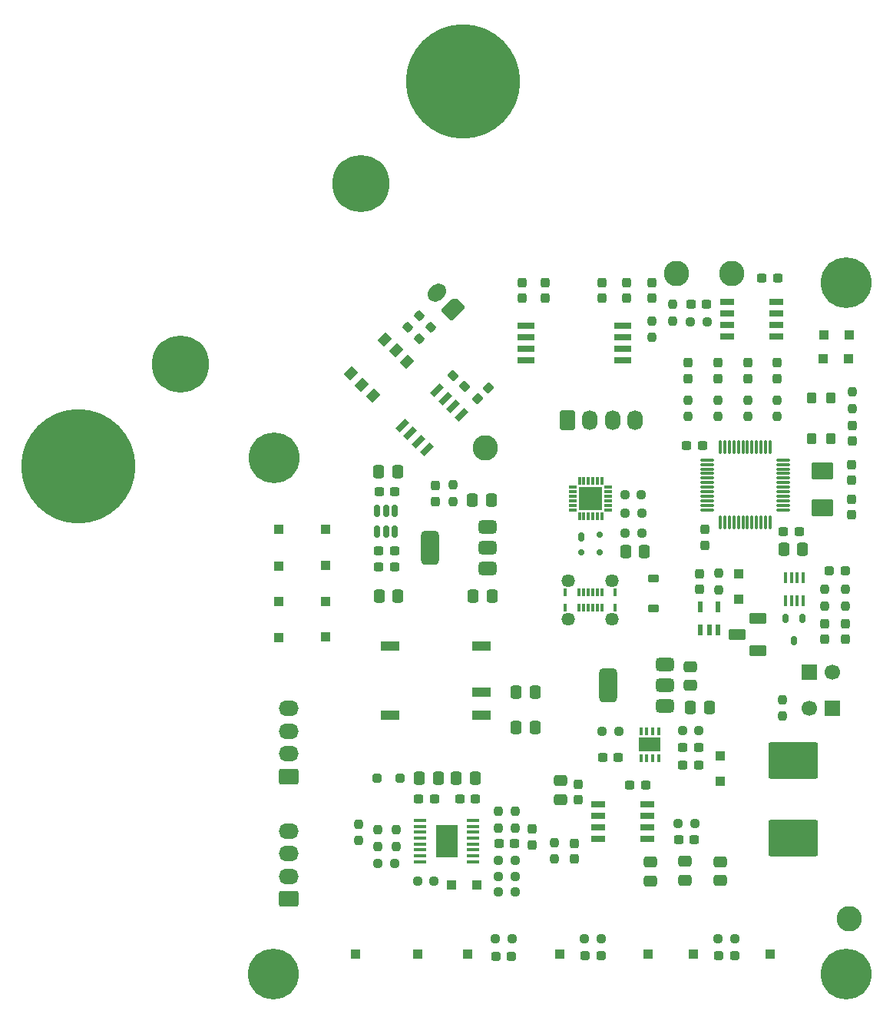
<source format=gbr>
%TF.GenerationSoftware,KiCad,Pcbnew,9.0.5*%
%TF.CreationDate,2025-10-24T19:07:07-05:00*%
%TF.ProjectId,PS-AmperesPCB,50532d41-6d70-4657-9265-735043422e6b,rev?*%
%TF.SameCoordinates,Original*%
%TF.FileFunction,Soldermask,Top*%
%TF.FilePolarity,Negative*%
%FSLAX46Y46*%
G04 Gerber Fmt 4.6, Leading zero omitted, Abs format (unit mm)*
G04 Created by KiCad (PCBNEW 9.0.5) date 2025-10-24 19:07:07*
%MOMM*%
%LPD*%
G01*
G04 APERTURE LIST*
G04 Aperture macros list*
%AMRoundRect*
0 Rectangle with rounded corners*
0 $1 Rounding radius*
0 $2 $3 $4 $5 $6 $7 $8 $9 X,Y pos of 4 corners*
0 Add a 4 corners polygon primitive as box body*
4,1,4,$2,$3,$4,$5,$6,$7,$8,$9,$2,$3,0*
0 Add four circle primitives for the rounded corners*
1,1,$1+$1,$2,$3*
1,1,$1+$1,$4,$5*
1,1,$1+$1,$6,$7*
1,1,$1+$1,$8,$9*
0 Add four rect primitives between the rounded corners*
20,1,$1+$1,$2,$3,$4,$5,0*
20,1,$1+$1,$4,$5,$6,$7,0*
20,1,$1+$1,$6,$7,$8,$9,0*
20,1,$1+$1,$8,$9,$2,$3,0*%
%AMHorizOval*
0 Thick line with rounded ends*
0 $1 width*
0 $2 $3 position (X,Y) of the first rounded end (center of the circle)*
0 $4 $5 position (X,Y) of the second rounded end (center of the circle)*
0 Add line between two ends*
20,1,$1,$2,$3,$4,$5,0*
0 Add two circle primitives to create the rounded ends*
1,1,$1,$2,$3*
1,1,$1,$4,$5*%
%AMRotRect*
0 Rectangle, with rotation*
0 The origin of the aperture is its center*
0 $1 length*
0 $2 width*
0 $3 Rotation angle, in degrees counterclockwise*
0 Add horizontal line*
21,1,$1,$2,0,0,$3*%
%AMFreePoly0*
4,1,22,0.945671,0.830970,1.026777,0.776777,1.080970,0.695671,1.100000,0.600001,1.100000,-0.600001,1.080970,-0.695671,1.026777,-0.776777,0.945671,-0.830970,0.850000,-0.850000,-0.596447,-0.850000,-0.692118,-0.830970,-0.773224,-0.776777,-1.026777,-0.523224,-1.080970,-0.442118,-1.099999,-0.346447,-1.100000,0.600001,-1.080970,0.695671,-1.026777,0.776777,-0.945671,0.830970,-0.850000,0.850000,
0.850000,0.850000,0.945671,0.830970,0.945671,0.830970,$1*%
G04 Aperture macros list end*
%ADD10RoundRect,0.237500X0.237500X-0.300000X0.237500X0.300000X-0.237500X0.300000X-0.237500X-0.300000X0*%
%ADD11RoundRect,0.237500X-0.250000X-0.237500X0.250000X-0.237500X0.250000X0.237500X-0.250000X0.237500X0*%
%ADD12RoundRect,0.250000X-0.300000X-0.300000X0.300000X-0.300000X0.300000X0.300000X-0.300000X0.300000X0*%
%ADD13R,1.700000X1.700000*%
%ADD14C,1.700000*%
%ADD15RoundRect,0.237500X-0.237500X0.300000X-0.237500X-0.300000X0.237500X-0.300000X0.237500X0.300000X0*%
%ADD16R,1.000000X1.000000*%
%ADD17RoundRect,0.237500X0.237500X-0.250000X0.237500X0.250000X-0.237500X0.250000X-0.237500X-0.250000X0*%
%ADD18RoundRect,0.250000X0.600000X-0.850000X0.600000X0.850000X-0.600000X0.850000X-0.600000X-0.850000X0*%
%ADD19O,1.700000X2.200000*%
%ADD20RoundRect,0.087500X-0.087500X0.337500X-0.087500X-0.337500X0.087500X-0.337500X0.087500X0.337500X0*%
%ADD21R,2.400000X1.650000*%
%ADD22RoundRect,0.102000X0.375000X-0.500000X0.375000X0.500000X-0.375000X0.500000X-0.375000X-0.500000X0*%
%ADD23RoundRect,0.237500X-0.237500X0.287500X-0.237500X-0.287500X0.237500X-0.287500X0.237500X0.287500X0*%
%ADD24RoundRect,0.237500X-0.287500X-0.237500X0.287500X-0.237500X0.287500X0.237500X-0.287500X0.237500X0*%
%ADD25RoundRect,0.237500X0.250000X0.237500X-0.250000X0.237500X-0.250000X-0.237500X0.250000X-0.237500X0*%
%ADD26C,3.600000*%
%ADD27C,5.600000*%
%ADD28RoundRect,0.237500X-0.237500X0.250000X-0.237500X-0.250000X0.237500X-0.250000X0.237500X0.250000X0*%
%ADD29RoundRect,0.237500X-0.300000X-0.237500X0.300000X-0.237500X0.300000X0.237500X-0.300000X0.237500X0*%
%ADD30RoundRect,0.250000X-0.475000X0.337500X-0.475000X-0.337500X0.475000X-0.337500X0.475000X0.337500X0*%
%ADD31R,0.300000X0.870000*%
%ADD32C,1.460000*%
%ADD33RoundRect,0.250000X0.850000X0.600000X-0.850000X0.600000X-0.850000X-0.600000X0.850000X-0.600000X0*%
%ADD34O,2.200000X1.700000*%
%ADD35RoundRect,0.237500X0.344715X-0.008839X-0.008839X0.344715X-0.344715X0.008839X0.008839X-0.344715X0*%
%ADD36R,0.450000X1.200000*%
%ADD37R,0.600000X1.200000*%
%ADD38RoundRect,0.237500X0.300000X0.237500X-0.300000X0.237500X-0.300000X-0.237500X0.300000X-0.237500X0*%
%ADD39RoundRect,0.250000X0.300000X-0.300000X0.300000X0.300000X-0.300000X0.300000X-0.300000X-0.300000X0*%
%ADD40RotRect,0.650000X1.528000X135.000000*%
%ADD41R,1.850000X0.650000*%
%ADD42R,0.300000X0.850000*%
%ADD43R,0.850000X0.300000*%
%ADD44R,2.550000X2.550000*%
%ADD45RoundRect,0.102000X0.800000X-0.500000X0.800000X0.500000X-0.800000X0.500000X-0.800000X-0.500000X0*%
%ADD46C,2.800000*%
%ADD47RoundRect,0.237500X0.380070X-0.044194X-0.044194X0.380070X-0.380070X0.044194X0.044194X-0.380070X0*%
%ADD48RoundRect,0.175000X-0.175000X-0.325000X0.175000X-0.325000X0.175000X0.325000X-0.175000X0.325000X0*%
%ADD49RoundRect,0.150000X-0.200000X-0.150000X0.200000X-0.150000X0.200000X0.150000X-0.200000X0.150000X0*%
%ADD50RoundRect,0.250000X-0.337500X-0.475000X0.337500X-0.475000X0.337500X0.475000X-0.337500X0.475000X0*%
%ADD51RoundRect,0.150000X0.150000X-0.512500X0.150000X0.512500X-0.150000X0.512500X-0.150000X-0.512500X0*%
%ADD52RoundRect,0.250000X0.337500X0.475000X-0.337500X0.475000X-0.337500X-0.475000X0.337500X-0.475000X0*%
%ADD53RoundRect,0.250000X-0.300000X0.300000X-0.300000X-0.300000X0.300000X-0.300000X0.300000X0.300000X0*%
%ADD54RoundRect,0.225000X-0.375000X0.225000X-0.375000X-0.225000X0.375000X-0.225000X0.375000X0.225000X0*%
%ADD55RoundRect,0.237500X0.237500X-0.287500X0.237500X0.287500X-0.237500X0.287500X-0.237500X-0.287500X0*%
%ADD56RoundRect,0.250000X0.300000X0.300000X-0.300000X0.300000X-0.300000X-0.300000X0.300000X-0.300000X0*%
%ADD57RoundRect,0.250000X-0.250000X-0.250000X0.250000X-0.250000X0.250000X0.250000X-0.250000X0.250000X0*%
%ADD58RoundRect,0.075000X0.662500X0.075000X-0.662500X0.075000X-0.662500X-0.075000X0.662500X-0.075000X0*%
%ADD59RoundRect,0.075000X0.075000X0.662500X-0.075000X0.662500X-0.075000X-0.662500X0.075000X-0.662500X0*%
%ADD60R,2.100000X1.000000*%
%ADD61RoundRect,0.375000X0.625000X0.375000X-0.625000X0.375000X-0.625000X-0.375000X0.625000X-0.375000X0*%
%ADD62RoundRect,0.500000X0.500000X1.400000X-0.500000X1.400000X-0.500000X-1.400000X0.500000X-1.400000X0*%
%ADD63RoundRect,0.250000X-2.500000X1.750000X-2.500000X-1.750000X2.500000X-1.750000X2.500000X1.750000X0*%
%ADD64RoundRect,0.237500X-0.344715X0.008839X0.008839X-0.344715X0.344715X-0.008839X-0.008839X0.344715X0*%
%ADD65R,1.528000X0.650000*%
%ADD66R,1.475000X0.450000*%
%ADD67R,2.460000X3.550000*%
%ADD68RoundRect,0.250000X0.950000X-0.700000X0.950000X0.700000X-0.950000X0.700000X-0.950000X-0.700000X0*%
%ADD69RotRect,1.000000X1.300000X135.000000*%
%ADD70RoundRect,0.237500X-0.044194X-0.380070X0.380070X0.044194X0.044194X0.380070X-0.380070X-0.044194X0*%
%ADD71RoundRect,0.175000X-0.175000X0.325000X-0.175000X-0.325000X0.175000X-0.325000X0.175000X0.325000X0*%
%ADD72RoundRect,0.250000X0.475000X-0.337500X0.475000X0.337500X-0.475000X0.337500X-0.475000X-0.337500X0*%
%ADD73FreePoly0,225.000000*%
%ADD74HorizOval,1.700000X-0.176777X-0.176777X0.176777X0.176777X0*%
%ADD75C,6.300000*%
%ADD76C,12.600000*%
G04 APERTURE END LIST*
D10*
%TO.C,C28*%
X189814200Y-78536799D03*
X189814200Y-76811799D03*
%TD*%
D11*
%TO.C,R31*%
X150827100Y-126517400D03*
X152652100Y-126517400D03*
%TD*%
D12*
%TO.C,D16*%
X186664600Y-66827400D03*
X189464600Y-66827400D03*
%TD*%
D13*
%TO.C,J4*%
X185089800Y-103962200D03*
D14*
X187629800Y-103962200D03*
%TD*%
D15*
%TO.C,C27*%
X189763400Y-81097690D03*
X189763400Y-82822690D03*
%TD*%
D16*
%TO.C,TP16*%
X131724400Y-96240600D03*
%TD*%
%TO.C,TP10*%
X131724400Y-88239390D03*
%TD*%
D17*
%TO.C,R17*%
X186764856Y-96683690D03*
X186764856Y-94858690D03*
%TD*%
D18*
%TO.C,J3*%
X158392237Y-76199790D03*
D19*
X160892237Y-76199790D03*
X163392237Y-76199790D03*
X165892237Y-76199790D03*
%TD*%
D20*
%TO.C,U3*%
X168476037Y-110540590D03*
X167826037Y-110540590D03*
X167176037Y-110540590D03*
X166526037Y-110540590D03*
X166526037Y-113440590D03*
X167176037Y-113440590D03*
X167826037Y-113440590D03*
X168476037Y-113440590D03*
D21*
X167501037Y-111990590D03*
%TD*%
D16*
%TO.C,TP4*%
X126591437Y-100177390D03*
%TD*%
%TO.C,TP9*%
X131724400Y-100101400D03*
%TD*%
%TO.C,TP8*%
X141935200Y-135051800D03*
%TD*%
D22*
%TO.C,SW1*%
X187508837Y-78247689D03*
X187508837Y-73747689D03*
X185358837Y-78247689D03*
X185358837Y-73747689D03*
%TD*%
D16*
%TO.C,TP3*%
X147447000Y-135051800D03*
%TD*%
D23*
%TO.C,D7*%
X181581456Y-69914590D03*
X181581456Y-71664590D03*
%TD*%
D24*
%TO.C,D12*%
X187325437Y-92796790D03*
X189075437Y-92796790D03*
%TD*%
D25*
%TO.C,R19*%
X166571300Y-84404200D03*
X164746300Y-84404200D03*
%TD*%
D26*
%TO.C,H1*%
X189179200Y-61036200D03*
D27*
X189179200Y-61036200D03*
%TD*%
D28*
%TO.C,R2*%
X145796000Y-83364700D03*
X145796000Y-85189700D03*
%TD*%
D29*
%TO.C,C13*%
X170689100Y-122428000D03*
X172414100Y-122428000D03*
%TD*%
D30*
%TO.C,C10*%
X171422437Y-124866190D03*
X171422437Y-126941190D03*
%TD*%
D31*
%TO.C,J5*%
X163699428Y-96906590D03*
X162199428Y-96906590D03*
X161699428Y-96906590D03*
X161199428Y-96906590D03*
X160699428Y-96906590D03*
X160199428Y-96906590D03*
X159699428Y-96906590D03*
X158199428Y-96906590D03*
X158199428Y-95176590D03*
X159699428Y-95176590D03*
X160199428Y-95176590D03*
X160699428Y-95176590D03*
X161199428Y-95176590D03*
X161699428Y-95176590D03*
X162199428Y-95176590D03*
X163699428Y-95176590D03*
D32*
X163349428Y-98191590D03*
X158549428Y-98191590D03*
X158549428Y-93891590D03*
X163349428Y-93891590D03*
%TD*%
D33*
%TO.C,J2*%
X127709037Y-128991790D03*
D34*
X127709037Y-126491790D03*
X127709037Y-123991790D03*
X127709037Y-121491790D03*
%TD*%
D35*
%TO.C,R28*%
X142108070Y-67279670D03*
X140817600Y-65989200D03*
%TD*%
D23*
%TO.C,D9*%
X175013419Y-69914590D03*
X175013419Y-71664590D03*
%TD*%
D16*
%TO.C,TP5*%
X157581600Y-135051800D03*
%TD*%
D17*
%TO.C,R13*%
X175013419Y-75823590D03*
X175013419Y-73998590D03*
%TD*%
D25*
%TO.C,R20*%
X166598728Y-88659190D03*
X164773728Y-88659190D03*
%TD*%
D29*
%TO.C,C40*%
X137689656Y-84099190D03*
X139414656Y-84099190D03*
%TD*%
%TO.C,C16*%
X171143037Y-112318590D03*
X172868037Y-112318590D03*
%TD*%
D16*
%TO.C,TP2*%
X135051800Y-135051800D03*
%TD*%
D36*
%TO.C,U6*%
X184429400Y-93613600D03*
X183779400Y-93613600D03*
X183129400Y-93613600D03*
X182479400Y-93613600D03*
X182479400Y-96113600D03*
X183129400Y-96113600D03*
X183779400Y-96113600D03*
X184429400Y-96113600D03*
%TD*%
D17*
%TO.C,R26*%
X167722056Y-67119609D03*
X167722056Y-65294609D03*
%TD*%
D30*
%TO.C,C9*%
X175308637Y-124873990D03*
X175308637Y-126948990D03*
%TD*%
D37*
%TO.C,IC1*%
X173117637Y-99301990D03*
X174067637Y-99301990D03*
X175017637Y-99301990D03*
X175017637Y-96801990D03*
X173117637Y-96801990D03*
%TD*%
D38*
%TO.C,C41*%
X173783655Y-63423590D03*
X172058655Y-63423590D03*
%TD*%
D39*
%TO.C,D6*%
X175310800Y-116055600D03*
X175310800Y-113255600D03*
%TD*%
D24*
%TO.C,D1*%
X150529600Y-135305800D03*
X152279600Y-135305800D03*
%TD*%
D40*
%TO.C,IC2*%
X140207790Y-76781056D03*
X141105816Y-77679082D03*
X142003841Y-78577107D03*
X142901867Y-79475133D03*
X146735800Y-75641200D03*
X145837774Y-74743174D03*
X144939749Y-73845149D03*
X144041723Y-72947123D03*
%TD*%
D16*
%TO.C,TP13*%
X126591437Y-96231923D03*
%TD*%
D17*
%TO.C,R12*%
X178297437Y-75823590D03*
X178297437Y-73998590D03*
%TD*%
D41*
%TO.C,IC3*%
X153862656Y-65785790D03*
X153862656Y-67055790D03*
X153862656Y-68325790D03*
X153862656Y-69595790D03*
X164512656Y-69595790D03*
X164512656Y-68325790D03*
X164512656Y-67055790D03*
X164512656Y-65785790D03*
%TD*%
D42*
%TO.C,U8*%
X159742628Y-86818790D03*
X160242628Y-86818790D03*
X160742628Y-86818790D03*
X161242628Y-86818790D03*
X161742628Y-86818790D03*
X162242628Y-86818790D03*
D43*
X162942628Y-86118790D03*
X162942628Y-85618790D03*
X162942628Y-85118790D03*
X162942628Y-84618790D03*
X162942628Y-84118790D03*
X162942628Y-83618790D03*
D42*
X162242628Y-82918790D03*
X161742628Y-82918790D03*
X161242628Y-82918790D03*
X160742628Y-82918790D03*
X160242628Y-82918790D03*
X159742628Y-82918790D03*
D43*
X159042628Y-83618790D03*
X159042628Y-84118790D03*
X159042628Y-84618790D03*
X159042628Y-85118790D03*
X159042628Y-85618790D03*
X159042628Y-86118790D03*
D44*
X160992628Y-84868790D03*
%TD*%
D45*
%TO.C,SW2*%
X179423437Y-101594590D03*
X177123437Y-99844590D03*
X179423437Y-98094590D03*
%TD*%
D46*
%TO.C,TP18*%
X170484800Y-60096400D03*
%TD*%
D47*
%TO.C,C42*%
X147040880Y-72517280D03*
X145821120Y-71297520D03*
%TD*%
D29*
%TO.C,C37*%
X137633356Y-92390478D03*
X139358356Y-92390478D03*
%TD*%
%TO.C,C54*%
X150877100Y-122916476D03*
X152602100Y-122916476D03*
%TD*%
D48*
%TO.C,D14*%
X159957028Y-89063490D03*
D49*
X159957028Y-90763490D03*
X161957028Y-90763490D03*
X161957028Y-88863490D03*
%TD*%
D50*
%TO.C,C39*%
X137639456Y-81889390D03*
X139714456Y-81889390D03*
%TD*%
D51*
%TO.C,U9*%
X137457756Y-88533190D03*
X138407756Y-88533190D03*
X139357756Y-88533190D03*
X139357756Y-86258190D03*
X138407756Y-86258190D03*
X137457756Y-86258190D03*
%TD*%
D52*
%TO.C,C5*%
X150005356Y-85038990D03*
X147930356Y-85038990D03*
%TD*%
D53*
%TO.C,D11*%
X177322018Y-93144389D03*
X177322018Y-95944389D03*
%TD*%
D29*
%TO.C,C20*%
X182246100Y-88544400D03*
X183971100Y-88544400D03*
%TD*%
D54*
%TO.C,D13*%
X167868600Y-93650800D03*
X167868600Y-96950800D03*
%TD*%
D52*
%TO.C,C53*%
X148230500Y-115671600D03*
X146155500Y-115671600D03*
%TD*%
D46*
%TO.C,TP19*%
X189484000Y-131216400D03*
%TD*%
D50*
%TO.C,C1*%
X152788800Y-106197400D03*
X154863800Y-106197400D03*
%TD*%
D55*
%TO.C,D4*%
X154508200Y-123023600D03*
X154508200Y-121273600D03*
%TD*%
D24*
%TO.C,D5*%
X175121900Y-135255000D03*
X176871900Y-135255000D03*
%TD*%
D56*
%TO.C,D15*%
X189419600Y-69418200D03*
X186619600Y-69418200D03*
%TD*%
D16*
%TO.C,TP15*%
X180797200Y-135051800D03*
%TD*%
D25*
%TO.C,R35*%
X139367900Y-125044200D03*
X137542900Y-125044200D03*
%TD*%
D57*
%TO.C,D17*%
X137464799Y-115671600D03*
X139964799Y-115671600D03*
%TD*%
D11*
%TO.C,R3*%
X160324800Y-133350000D03*
X162149800Y-133350000D03*
%TD*%
D58*
%TO.C,U5*%
X182191056Y-86108590D03*
X182191056Y-85608590D03*
X182191056Y-85108590D03*
X182191056Y-84608590D03*
X182191056Y-84108590D03*
X182191056Y-83608590D03*
X182191056Y-83108590D03*
X182191056Y-82608590D03*
X182191056Y-82108590D03*
X182191056Y-81608590D03*
X182191056Y-81108590D03*
X182191056Y-80608590D03*
D59*
X180778556Y-79196090D03*
X180278556Y-79196090D03*
X179778556Y-79196090D03*
X179278556Y-79196090D03*
X178778556Y-79196090D03*
X178278556Y-79196090D03*
X177778556Y-79196090D03*
X177278556Y-79196090D03*
X176778556Y-79196090D03*
X176278556Y-79196090D03*
X175778556Y-79196090D03*
X175278556Y-79196090D03*
D58*
X173866056Y-80608590D03*
X173866056Y-81108590D03*
X173866056Y-81608590D03*
X173866056Y-82108590D03*
X173866056Y-82608590D03*
X173866056Y-83108590D03*
X173866056Y-83608590D03*
X173866056Y-84108590D03*
X173866056Y-84608590D03*
X173866056Y-85108590D03*
X173866056Y-85608590D03*
X173866056Y-86108590D03*
D59*
X175278556Y-87521090D03*
X175778556Y-87521090D03*
X176278556Y-87521090D03*
X176778556Y-87521090D03*
X177278556Y-87521090D03*
X177778556Y-87521090D03*
X178278556Y-87521090D03*
X178778556Y-87521090D03*
X179278556Y-87521090D03*
X179778556Y-87521090D03*
X180278556Y-87521090D03*
X180778556Y-87521090D03*
%TD*%
D10*
%TO.C,C46*%
X156008056Y-62788590D03*
X156008056Y-61063590D03*
%TD*%
%TO.C,C45*%
X153396456Y-62788590D03*
X153396456Y-61063590D03*
%TD*%
D60*
%TO.C,PS1*%
X148934237Y-108711790D03*
X148934237Y-106171790D03*
X148934237Y-101091790D03*
X138834237Y-101091790D03*
X138834237Y-108711790D03*
%TD*%
D13*
%TO.C,JP1*%
X187653036Y-107947890D03*
D14*
X185113036Y-107947890D03*
%TD*%
D10*
%TO.C,C47*%
X162261056Y-62788590D03*
X162261056Y-61063590D03*
%TD*%
D28*
%TO.C,R36*%
X135407400Y-120728100D03*
X135407400Y-122553100D03*
%TD*%
D61*
%TO.C,U4*%
X169190199Y-107755400D03*
X169190199Y-105455400D03*
D62*
X162890199Y-105455400D03*
D61*
X169190199Y-103155400D03*
%TD*%
D28*
%TO.C,R15*%
X175112637Y-93116990D03*
X175112637Y-94941990D03*
%TD*%
D16*
%TO.C,TP11*%
X126591437Y-88214200D03*
%TD*%
D23*
%TO.C,D2*%
X143840200Y-83450101D03*
X143840200Y-85200099D03*
%TD*%
D28*
%TO.C,R7*%
X156972000Y-122787400D03*
X156972000Y-124612400D03*
%TD*%
D25*
%TO.C,R30*%
X152652100Y-128219200D03*
X150827100Y-128219200D03*
%TD*%
D17*
%TO.C,R18*%
X182166637Y-108862290D03*
X182166637Y-107037290D03*
%TD*%
D11*
%TO.C,R5*%
X175061900Y-133350000D03*
X176886900Y-133350000D03*
%TD*%
D24*
%TO.C,D3*%
X160384800Y-135255000D03*
X162134800Y-135255000D03*
%TD*%
D61*
%TO.C,U1*%
X149599356Y-92584690D03*
X149599356Y-90284690D03*
D62*
X143299356Y-90284690D03*
D61*
X149599356Y-87984690D03*
%TD*%
D28*
%TO.C,R37*%
X137515600Y-121363100D03*
X137515600Y-123188100D03*
%TD*%
D23*
%TO.C,D10*%
X171729400Y-69914590D03*
X171729400Y-71664590D03*
%TD*%
D10*
%TO.C,C25*%
X189763400Y-86632690D03*
X189763400Y-84907690D03*
%TD*%
D63*
%TO.C,L1*%
X183326300Y-113758400D03*
X183326300Y-122258400D03*
%TD*%
D50*
%TO.C,C17*%
X172012699Y-107893800D03*
X174087699Y-107893800D03*
%TD*%
D17*
%TO.C,R10*%
X189814200Y-74953500D03*
X189814200Y-73128500D03*
%TD*%
D50*
%TO.C,C2*%
X152788800Y-110058200D03*
X154863800Y-110058200D03*
%TD*%
D17*
%TO.C,R16*%
X189101656Y-96683690D03*
X189101656Y-94858690D03*
%TD*%
%TO.C,R11*%
X181581456Y-75823590D03*
X181581456Y-73998590D03*
%TD*%
D15*
%TO.C,C12*%
X159181800Y-122837400D03*
X159181800Y-124562400D03*
%TD*%
D64*
%TO.C,R29*%
X142072437Y-64704033D03*
X143362907Y-65994503D03*
%TD*%
D50*
%TO.C,C4*%
X148031956Y-95656190D03*
X150106956Y-95656190D03*
%TD*%
D28*
%TO.C,R4*%
X152704800Y-119356500D03*
X152704800Y-121181500D03*
%TD*%
D65*
%TO.C,IC4*%
X176025656Y-63169590D03*
X176025656Y-64439590D03*
X176025656Y-65709590D03*
X176025656Y-66979590D03*
X181447656Y-66979590D03*
X181447656Y-65709590D03*
X181447656Y-64439590D03*
X181447656Y-63169590D03*
%TD*%
D66*
%TO.C,IC5*%
X142166799Y-120345202D03*
X142166799Y-120995202D03*
X142166799Y-121645202D03*
X142166799Y-122295202D03*
X142166799Y-122945202D03*
X142166799Y-123595202D03*
X142166799Y-124245202D03*
X142166799Y-124895202D03*
X148042799Y-124895202D03*
X148042799Y-124245202D03*
X148042799Y-123595202D03*
X148042799Y-122945202D03*
X148042799Y-122295202D03*
X148042799Y-121645202D03*
X148042799Y-120995202D03*
X148042799Y-120345202D03*
D67*
X145104799Y-122620202D03*
%TD*%
D10*
%TO.C,C29*%
X173022637Y-94891990D03*
X173022637Y-93166990D03*
%TD*%
D29*
%TO.C,C6*%
X165304300Y-116408200D03*
X167029300Y-116408200D03*
%TD*%
D15*
%TO.C,C30*%
X189101656Y-98666790D03*
X189101656Y-100391790D03*
%TD*%
D16*
%TO.C,TP7*%
X167284400Y-135051800D03*
%TD*%
D25*
%TO.C,R34*%
X143704000Y-127050801D03*
X141879000Y-127050801D03*
%TD*%
D46*
%TO.C,TP1*%
X176580800Y-60096400D03*
%TD*%
D25*
%TO.C,R6*%
X172464100Y-120650000D03*
X170639100Y-120650000D03*
%TD*%
D50*
%TO.C,C34*%
X164851928Y-90741990D03*
X166926928Y-90741990D03*
%TD*%
D68*
%TO.C,Y1*%
X186559856Y-85920590D03*
X186559856Y-81820590D03*
%TD*%
D16*
%TO.C,TP14*%
X126591437Y-92286457D03*
%TD*%
D69*
%TO.C,SW3*%
X140752474Y-69784874D03*
X139515037Y-68547437D03*
X138277600Y-67310000D03*
X137004808Y-73532540D03*
X135767371Y-72295103D03*
X134529934Y-71057666D03*
%TD*%
D29*
%TO.C,C15*%
X171143037Y-114223590D03*
X172868037Y-114223590D03*
%TD*%
D15*
%TO.C,C22*%
X173605856Y-88291290D03*
X173605856Y-90016290D03*
%TD*%
D29*
%TO.C,C51*%
X142020302Y-118008402D03*
X143745302Y-118008402D03*
%TD*%
D11*
%TO.C,R21*%
X164773600Y-86461600D03*
X166598600Y-86461600D03*
%TD*%
D70*
%TO.C,C43*%
X148488120Y-73888880D03*
X149707880Y-72669120D03*
%TD*%
D10*
%TO.C,C44*%
X167722056Y-62788590D03*
X167722056Y-61063590D03*
%TD*%
D38*
%TO.C,C52*%
X148285500Y-118008402D03*
X146560500Y-118008402D03*
%TD*%
D17*
%TO.C,R25*%
X170049856Y-65275890D03*
X170049856Y-63450890D03*
%TD*%
D26*
%TO.C,H2*%
X126087763Y-80416400D03*
D27*
X126087763Y-80416400D03*
%TD*%
D15*
%TO.C,C31*%
X186764856Y-98666790D03*
X186764856Y-100391790D03*
%TD*%
D38*
%TO.C,C21*%
X173304200Y-78990646D03*
X171579200Y-78990646D03*
%TD*%
%TO.C,C49*%
X181608900Y-60553600D03*
X179883900Y-60553600D03*
%TD*%
D30*
%TO.C,C11*%
X167536237Y-124916990D03*
X167536237Y-126991990D03*
%TD*%
D11*
%TO.C,R32*%
X150827100Y-124714000D03*
X152652100Y-124714000D03*
%TD*%
D65*
%TO.C,U2*%
X161777237Y-118589890D03*
X161777237Y-119859890D03*
X161777237Y-121129890D03*
X161777237Y-122399890D03*
X167199237Y-122399890D03*
X167199237Y-121129890D03*
X167199237Y-119859890D03*
X167199237Y-118589890D03*
%TD*%
D56*
%TO.C,D18*%
X148407900Y-127470801D03*
X145607900Y-127470801D03*
%TD*%
D33*
%TO.C,J1*%
X127709037Y-115509791D03*
D34*
X127709037Y-113009791D03*
X127709037Y-110509791D03*
X127709037Y-108009791D03*
%TD*%
D10*
%TO.C,C48*%
X164953456Y-62788590D03*
X164953456Y-61063590D03*
%TD*%
D26*
%TO.C,H3*%
X125984000Y-137287000D03*
D27*
X125984000Y-137287000D03*
%TD*%
D71*
%TO.C,U7*%
X184359556Y-98085990D03*
X182459556Y-98085990D03*
X183409556Y-100485990D03*
%TD*%
D16*
%TO.C,TP12*%
X131724400Y-92261267D03*
%TD*%
D26*
%TO.C,H4*%
X189179200Y-137261600D03*
D27*
X189179200Y-137261600D03*
%TD*%
D16*
%TO.C,TP6*%
X172288200Y-135051800D03*
%TD*%
D46*
%TO.C,TP17*%
X149402800Y-79273400D03*
%TD*%
D17*
%TO.C,R14*%
X171729400Y-75823590D03*
X171729400Y-73998590D03*
%TD*%
D72*
%TO.C,C7*%
X157657800Y-118026000D03*
X157657800Y-115951000D03*
%TD*%
D25*
%TO.C,R9*%
X164078037Y-110540590D03*
X162253037Y-110540590D03*
%TD*%
D11*
%TO.C,R1*%
X150469600Y-133400800D03*
X152294600Y-133400800D03*
%TD*%
D28*
%TO.C,R33*%
X150825200Y-119356500D03*
X150825200Y-121181500D03*
%TD*%
D52*
%TO.C,C3*%
X139743756Y-95656190D03*
X137668756Y-95656190D03*
%TD*%
D11*
%TO.C,R27*%
X172008655Y-65353990D03*
X173833655Y-65353990D03*
%TD*%
D23*
%TO.C,D8*%
X178297437Y-69914590D03*
X178297437Y-71664590D03*
%TD*%
D28*
%TO.C,R38*%
X139522200Y-121363100D03*
X139522200Y-123188100D03*
%TD*%
D50*
%TO.C,C19*%
X182278200Y-90449400D03*
X184353200Y-90449400D03*
%TD*%
D38*
%TO.C,C14*%
X164026137Y-113385390D03*
X162301137Y-113385390D03*
%TD*%
D25*
%TO.C,R8*%
X172918037Y-110413590D03*
X171093037Y-110413590D03*
%TD*%
D73*
%TO.C,J6*%
X145833960Y-63959807D03*
D74*
X144066193Y-62192040D03*
%TD*%
D10*
%TO.C,C8*%
X159639000Y-118054200D03*
X159639000Y-116329200D03*
%TD*%
D30*
%TO.C,C18*%
X172008800Y-103381900D03*
X172008800Y-105456900D03*
%TD*%
D50*
%TO.C,C50*%
X142087600Y-115671600D03*
X144162600Y-115671600D03*
%TD*%
D29*
%TO.C,C38*%
X137633356Y-90626809D03*
X139358356Y-90626809D03*
%TD*%
D75*
%TO.C,R39*%
X115747420Y-70054231D03*
X135687831Y-50113820D03*
D76*
X104504422Y-81297229D03*
X146930829Y-38870822D03*
%TD*%
M02*

</source>
